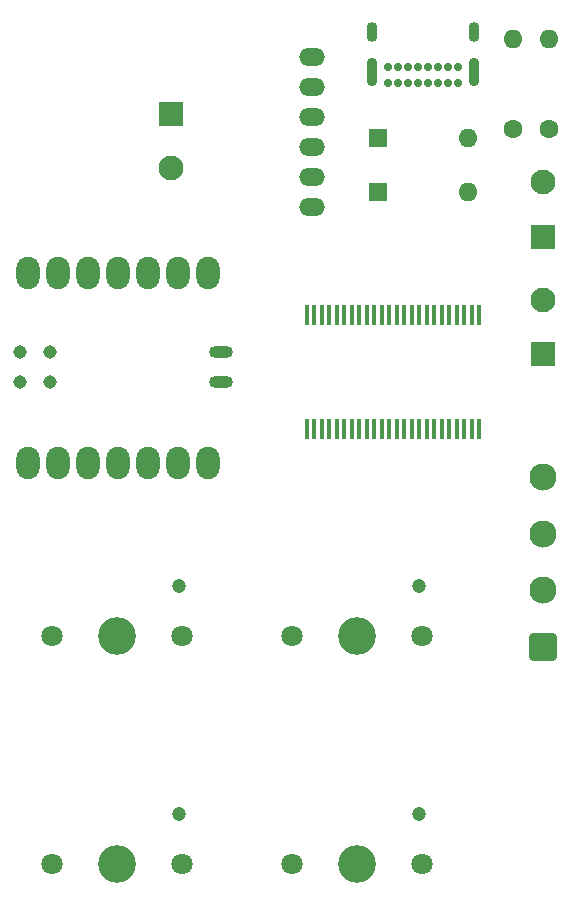
<source format=gbr>
%TF.GenerationSoftware,KiCad,Pcbnew,(6.0.1)*%
%TF.CreationDate,2022-02-21T12:46:14-05:00*%
%TF.ProjectId,InductorSchem,496e6475-6374-46f7-9253-6368656d2e6b,1*%
%TF.SameCoordinates,Original*%
%TF.FileFunction,Soldermask,Top*%
%TF.FilePolarity,Negative*%
%FSLAX46Y46*%
G04 Gerber Fmt 4.6, Leading zero omitted, Abs format (unit mm)*
G04 Created by KiCad (PCBNEW (6.0.1)) date 2022-02-21 12:46:14*
%MOMM*%
%LPD*%
G01*
G04 APERTURE LIST*
G04 Aperture macros list*
%AMRoundRect*
0 Rectangle with rounded corners*
0 $1 Rounding radius*
0 $2 $3 $4 $5 $6 $7 $8 $9 X,Y pos of 4 corners*
0 Add a 4 corners polygon primitive as box body*
4,1,4,$2,$3,$4,$5,$6,$7,$8,$9,$2,$3,0*
0 Add four circle primitives for the rounded corners*
1,1,$1+$1,$2,$3*
1,1,$1+$1,$4,$5*
1,1,$1+$1,$6,$7*
1,1,$1+$1,$8,$9*
0 Add four rect primitives between the rounded corners*
20,1,$1+$1,$2,$3,$4,$5,0*
20,1,$1+$1,$4,$5,$6,$7,0*
20,1,$1+$1,$6,$7,$8,$9,0*
20,1,$1+$1,$8,$9,$2,$3,0*%
G04 Aperture macros list end*
%ADD10O,2.200000X1.500000*%
%ADD11O,1.998980X2.748280*%
%ADD12O,2.032000X1.016000*%
%ADD13C,1.143000*%
%ADD14R,0.405600X1.715999*%
%ADD15RoundRect,0.250001X0.899999X-0.899999X0.899999X0.899999X-0.899999X0.899999X-0.899999X-0.899999X0*%
%ADD16C,2.300000*%
%ADD17C,0.700000*%
%ADD18O,0.900000X2.400000*%
%ADD19O,0.900000X1.700000*%
%ADD20R,1.600000X1.600000*%
%ADD21O,1.600000X1.600000*%
%ADD22RoundRect,0.250001X0.799999X-0.799999X0.799999X0.799999X-0.799999X0.799999X-0.799999X-0.799999X0*%
%ADD23C,2.100000*%
%ADD24C,1.600000*%
%ADD25C,3.200000*%
%ADD26C,1.800000*%
%ADD27C,1.200000*%
%ADD28RoundRect,0.250001X-0.799999X0.799999X-0.799999X-0.799999X0.799999X-0.799999X0.799999X0.799999X0*%
G04 APERTURE END LIST*
D10*
%TO.C,U2*%
X148094000Y-58676917D03*
X148094000Y-61216917D03*
X148094000Y-63756917D03*
X148094000Y-66296917D03*
X148094000Y-68836917D03*
X148094000Y-71376917D03*
%TD*%
D11*
%TO.C,U1*%
X124064490Y-93125290D03*
X126604490Y-93125290D03*
X129144490Y-93125290D03*
X131684490Y-93125290D03*
X134224490Y-93125290D03*
X136764490Y-93125290D03*
X139304490Y-93125290D03*
X139304490Y-76960730D03*
X136764490Y-76960730D03*
X134224490Y-76960730D03*
X131684490Y-76960730D03*
X129144490Y-76960730D03*
X126604490Y-76960730D03*
X124064490Y-76960730D03*
D12*
X140382310Y-86258410D03*
X140382310Y-83708410D03*
D13*
X123378123Y-86259607D03*
X123378123Y-83719607D03*
X125918123Y-86259607D03*
X125918123Y-83719607D03*
%TD*%
D14*
%TO.C,U3*%
X147637500Y-90170000D03*
X148272500Y-90170000D03*
X148907500Y-90170000D03*
X149542500Y-90170000D03*
X150177500Y-90170000D03*
X150812500Y-90170000D03*
X151447500Y-90170000D03*
X152082500Y-90170000D03*
X152717500Y-90170000D03*
X153352500Y-90170000D03*
X153987500Y-90170000D03*
X154622500Y-90170000D03*
X155257500Y-90170000D03*
X155892500Y-90170000D03*
X156527500Y-90170000D03*
X157162500Y-90170000D03*
X157797500Y-90170000D03*
X158432500Y-90170000D03*
X159067500Y-90170000D03*
X159702500Y-90170000D03*
X160337500Y-90170000D03*
X160972500Y-90170000D03*
X161607500Y-90170000D03*
X162242500Y-90170000D03*
X162242500Y-80518000D03*
X161607500Y-80518000D03*
X160972500Y-80518000D03*
X160337500Y-80518000D03*
X159702500Y-80518000D03*
X159067500Y-80518000D03*
X158432500Y-80518000D03*
X157797500Y-80518000D03*
X157162500Y-80518000D03*
X156527500Y-80518000D03*
X155892500Y-80518000D03*
X155257500Y-80518000D03*
X154622500Y-80518000D03*
X153987500Y-80518000D03*
X153352500Y-80518000D03*
X152717500Y-80518000D03*
X152082500Y-80518000D03*
X151447500Y-80518000D03*
X150812500Y-80518000D03*
X150177500Y-80518000D03*
X149542500Y-80518000D03*
X148907500Y-80518000D03*
X148272500Y-80518000D03*
X147637500Y-80518000D03*
%TD*%
D15*
%TO.C,J5*%
X167640000Y-108660000D03*
D16*
X167640000Y-103860000D03*
X167640000Y-99060000D03*
X167640000Y-94260000D03*
%TD*%
D17*
%TO.C,J1*%
X160455000Y-60921000D03*
X159605000Y-60921000D03*
X158755000Y-60921000D03*
X157905000Y-60921000D03*
X157055000Y-60921000D03*
X156205000Y-60921000D03*
X155355000Y-60921000D03*
X154505000Y-60921000D03*
X154505000Y-59571000D03*
X155355000Y-59571000D03*
X156205000Y-59571000D03*
X157055000Y-59571000D03*
X157905000Y-59571000D03*
X158755000Y-59571000D03*
X159605000Y-59571000D03*
X160455000Y-59571000D03*
D18*
X153155000Y-59941000D03*
D19*
X153155000Y-56561000D03*
X161805000Y-56561000D03*
D18*
X161805000Y-59941000D03*
%TD*%
D20*
%TO.C,D1*%
X153670000Y-70104000D03*
D21*
X161290000Y-70104000D03*
%TD*%
D22*
%TO.C,J3*%
X167640000Y-73928000D03*
D23*
X167640000Y-69328000D03*
%TD*%
D24*
%TO.C,R2*%
X168148000Y-64770000D03*
D21*
X168148000Y-57150000D03*
%TD*%
D20*
%TO.C,D2*%
X153670000Y-65532000D03*
D21*
X161290000Y-65532000D03*
%TD*%
D25*
%TO.C,SW4*%
X151892000Y-127000000D03*
D26*
X146392000Y-127000000D03*
X157392000Y-127000000D03*
D27*
X157112000Y-122800000D03*
%TD*%
D22*
%TO.C,J4*%
X167640000Y-83848000D03*
D23*
X167640000Y-79248000D03*
%TD*%
D28*
%TO.C,J2*%
X136144000Y-63500000D03*
D23*
X136144000Y-68100000D03*
%TD*%
D27*
%TO.C,SW3*%
X157112000Y-103496000D03*
D25*
X151892000Y-107696000D03*
D26*
X157392000Y-107696000D03*
X146392000Y-107696000D03*
%TD*%
%TO.C,SW1*%
X126072000Y-107696000D03*
D25*
X131572000Y-107696000D03*
D27*
X136792000Y-103496000D03*
D26*
X137072000Y-107696000D03*
%TD*%
%TO.C,SW2*%
X126072000Y-127000000D03*
D27*
X136792000Y-122800000D03*
D25*
X131572000Y-127000000D03*
D26*
X137072000Y-127000000D03*
%TD*%
D24*
%TO.C,R1*%
X165100000Y-64770000D03*
D21*
X165100000Y-57150000D03*
%TD*%
M02*

</source>
